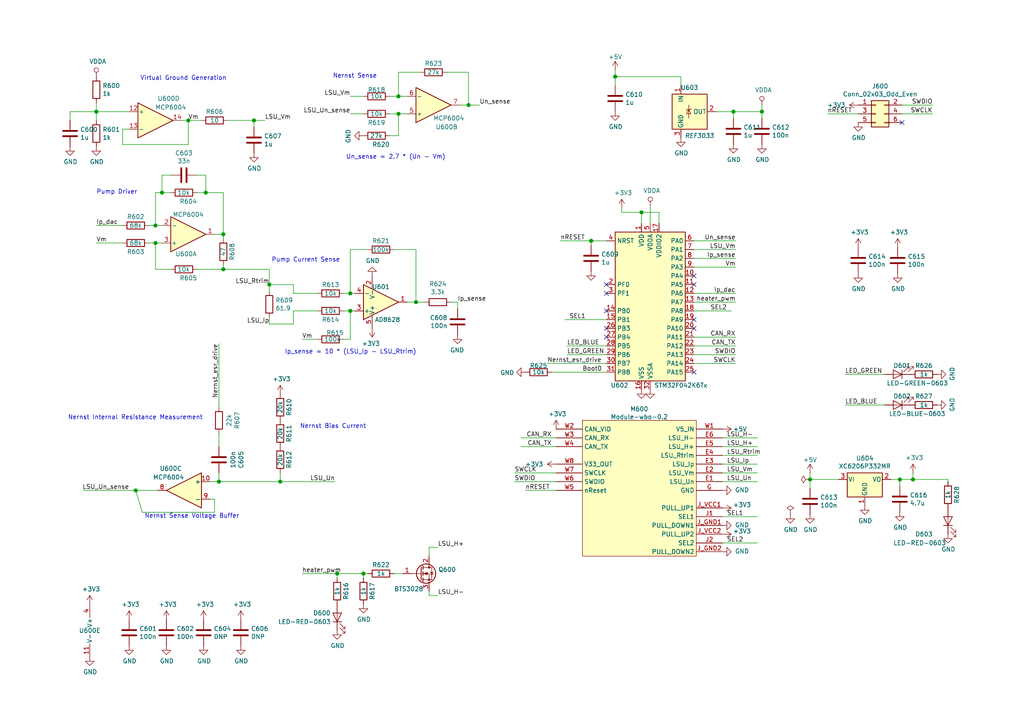
<source format=kicad_sch>
(kicad_sch (version 20210406) (generator eeschema)
  (paper "A4")
  (lib_symbols
    (symbol "Connector_Generic:Conn_02x03_Odd_Even" (pin_names (offset 1.016) hide)
      (property "Reference" "J" (at 1.27 5.08 0))
      (property "Value" "Conn_02x03_Odd_Even" (at 1.27 -5.08 0))
      (symbol "Conn_02x03_Odd_Even_1_1"
        (pin passive line (at -5.08 2.54 0) (length 3.81) (name "Pin_1") (number "1"))
        (pin passive line (at 7.62 2.54 180) (length 3.81) (name "Pin_2") (number "2"))
        (pin passive line (at -5.08 0 0) (length 3.81) (name "Pin_3") (number "3"))
        (pin passive line (at 7.62 0 180) (length 3.81) (name "Pin_4") (number "4"))
        (pin passive line (at -5.08 -2.54 0) (length 3.81) (name "Pin_5") (number "5"))
        (pin passive line (at 7.62 -2.54 180) (length 3.81) (name "Pin_6") (number "6"))
      )
    )
    (symbol "hellen-one-wbo-0.2:Module-wbo-0.2"
      (property "Reference" "M" (at 1.27 1.27 0))
      (property "Value" "Module-wbo-0.2" (at 8.89 -40.64 0))
      (symbol "Module-wbo-0.2_1_0"
        (pin passive line (at 40.64 -17.78 180) (length 7.62) (name "LSU_Un") (number "E1"))
        (pin passive line (at 40.64 -15.24 180) (length 7.62) (name "LSU_Vm") (number "E2"))
        (pin passive line (at 40.64 -12.7 180) (length 7.62) (name "LSU_Ip") (number "E3"))
        (pin passive line (at 40.64 -10.16 180) (length 7.62) (name "LSU_Rtrim") (number "E4"))
        (pin passive line (at 40.64 -7.62 180) (length 7.62) (name "LSU_H+") (number "E5"))
        (pin passive line (at 40.64 -5.08 180) (length 7.62) (name "LSU_H-") (number "E6"))
        (pin passive line (at 40.64 -20.32 180) (length 7.62) (name "GND") (number "G"))
        (pin passive line (at 40.64 -27.94 180) (length 7.62) (name "SEL1") (number "J1"))
        (pin passive line (at 40.64 -35.56 180) (length 7.62) (name "SEL2") (number "J2"))
        (pin passive line (at 40.64 -30.48 180) (length 7.62) (name "PULL_DOWN1") (number "J_GND1"))
        (pin passive line (at 40.64 -38.1 180) (length 7.62) (name "PULL_DOWN2") (number "J_GND2"))
        (pin passive line (at 40.64 -25.4 180) (length 7.62) (name "PULL_UP1") (number "J_VCC1"))
        (pin passive line (at 40.64 -33.02 180) (length 7.62) (name "PULL_UP2") (number "J_VCC2"))
        (pin passive line (at 40.64 -2.54 180) (length 7.62) (name "V5_IN") (number "W1"))
        (pin passive line (at -7.62 -2.54 0) (length 7.62) (name "CAN_VIO") (number "W2"))
        (pin passive line (at -7.62 -5.08 0) (length 7.62) (name "CAN_RX") (number "W3"))
        (pin passive line (at -7.62 -7.62 0) (length 7.62) (name "CAN_TX") (number "W4"))
        (pin passive line (at -7.62 -20.32 0) (length 7.62) (name "nReset") (number "W5"))
        (pin passive line (at -7.62 -17.78 0) (length 7.62) (name "SWDIO") (number "W6"))
        (pin passive line (at -7.62 -15.24 0) (length 7.62) (name "SWCLK") (number "W7"))
        (pin passive line (at -7.62 -12.7 0) (length 7.62) (name "V33_OUT") (number "W8"))
      )
    )
    (symbol "hellen1-wbo-rescue:+3.3V-power" (power) (pin_names (offset 0))
      (property "Value" "+3.3V-power" (at 0 3.556 0))
      (symbol "+3.3V-power_1_1"
        (pin power_in line (at 0 0 90) (length 0) hide (name "+3V3") (number "1"))
      )
    )
    (symbol "hellen1-wbo-rescue:+5V-power" (power) (pin_names (offset 0))
      (property "Value" "+5V-power" (at 0 3.556 0))
      (symbol "+5V-power_1_1"
        (pin power_in line (at 0 0 90) (length 0) hide (name "+5V") (number "1"))
      )
    )
    (symbol "hellen1-wbo-rescue:AD8603-Amplifier_Operational" (pin_names (offset 0.127))
      (property "Reference" "U" (at 0 5.08 0))
      (property "Value" "AD8603-Amplifier_Operational" (at 0 -5.08 0))
      (symbol "AD8603-Amplifier_Operational_0_1"
        (pin power_in line (at -2.54 -7.62 90) (length 3.81) (name "V-") (number "2"))
        (pin power_in line (at -2.54 7.62 270) (length 3.81) (name "V+") (number "5"))
      )
      (symbol "AD8603-Amplifier_Operational_1_1"
        (pin output line (at 7.62 0 180) (length 2.54) (name "~") (number "1"))
        (pin input line (at -7.62 2.54 0) (length 2.54) (name "+") (number "3"))
        (pin input line (at -7.62 -2.54 0) (length 2.54) (name "-") (number "4"))
      )
    )
    (symbol "hellen1-wbo-rescue:C-Device" (pin_numbers hide) (pin_names (offset 0.254))
      (property "Reference" "C" (at 0.635 2.54 0))
      (property "Value" "C-Device" (at 0.635 -2.54 0))
      (symbol "C-Device_1_1"
        (pin passive line (at 0 3.81 270) (length 2.794) (name "~") (number "1"))
        (pin passive line (at 0 -3.81 90) (length 2.794) (name "~") (number "2"))
      )
    )
    (symbol "hellen1-wbo-rescue:GND-power" (power) (pin_names (offset 0))
      (property "Value" "GND-power" (at 0 -3.81 0))
      (symbol "GND-power_1_1"
        (pin power_in line (at 0 0 270) (length 0) hide (name "GND") (number "1"))
      )
    )
    (symbol "hellen1-wbo-rescue:LED-Device" (pin_numbers hide) (pin_names (offset 1.016) hide)
      (property "Reference" "D" (at 0 2.54 0))
      (property "Value" "LED-Device" (at 0 -2.54 0))
      (symbol "LED-Device_1_1"
        (pin passive line (at -3.81 0 0) (length 2.54) (name "K") (number "1"))
        (pin passive line (at 3.81 0 180) (length 2.54) (name "A") (number "2"))
      )
    )
    (symbol "hellen1-wbo-rescue:MCP6004-Amplifier_Operational" (pin_names (offset 0.127))
      (property "Reference" "U" (at 0 5.08 0))
      (property "Value" "MCP6004-Amplifier_Operational" (at 0 -5.08 0))
      (symbol "MCP6004-Amplifier_Operational_1_1"
        (pin output line (at 7.62 0 180) (length 2.54) (name "~") (number "1"))
        (pin input line (at -7.62 -2.54 0) (length 2.54) (name "-") (number "2"))
        (pin input line (at -7.62 2.54 0) (length 2.54) (name "+") (number "3"))
      )
      (symbol "MCP6004-Amplifier_Operational_2_1"
        (pin input line (at -7.62 2.54 0) (length 2.54) (name "+") (number "5"))
        (pin input line (at -7.62 -2.54 0) (length 2.54) (name "-") (number "6"))
        (pin output line (at 7.62 0 180) (length 2.54) (name "~") (number "7"))
      )
      (symbol "MCP6004-Amplifier_Operational_3_1"
        (pin input line (at -7.62 2.54 0) (length 2.54) (name "+") (number "10"))
        (pin output line (at 7.62 0 180) (length 2.54) (name "~") (number "8"))
        (pin input line (at -7.62 -2.54 0) (length 2.54) (name "-") (number "9"))
      )
      (symbol "MCP6004-Amplifier_Operational_4_1"
        (pin input line (at -7.62 2.54 0) (length 2.54) (name "+") (number "12"))
        (pin input line (at -7.62 -2.54 0) (length 2.54) (name "-") (number "13"))
        (pin output line (at 7.62 0 180) (length 2.54) (name "~") (number "14"))
      )
      (symbol "MCP6004-Amplifier_Operational_5_1"
        (pin power_in line (at -2.54 -7.62 90) (length 3.81) (name "V-") (number "11"))
        (pin power_in line (at -2.54 7.62 270) (length 3.81) (name "V+") (number "4"))
      )
    )
    (symbol "hellen1-wbo-rescue:PWR_FLAG-power" (power) (pin_numbers hide) (pin_names (offset 0) hide)
      (property "Value" "PWR_FLAG-power" (at 0 3.81 0))
      (symbol "PWR_FLAG-power_0_0"
        (pin power_out line (at 0 0 90) (length 0) (name "pwr") (number "1"))
      )
    )
    (symbol "hellen1-wbo-rescue:Q_NMOS_GDS-Device" (pin_names (offset 0) hide)
      (property "Reference" "Q" (at 5.08 1.27 0))
      (property "Value" "Q_NMOS_GDS-Device" (at 5.08 -1.27 0))
      (symbol "Q_NMOS_GDS-Device_1_1"
        (pin input line (at -5.08 0 0) (length 2.54) (name "G") (number "1"))
        (pin passive line (at 2.54 5.08 270) (length 2.54) (name "D") (number "2"))
        (pin passive line (at 2.54 -5.08 90) (length 2.54) (name "S") (number "3"))
      )
    )
    (symbol "hellen1-wbo-rescue:R-Device" (pin_numbers hide) (pin_names (offset 0))
      (property "Reference" "R" (at 2.032 0 90))
      (property "Value" "R-Device" (at 0 0 90))
      (symbol "R-Device_1_1"
        (pin passive line (at 0 3.81 270) (length 1.27) (name "~") (number "1"))
        (pin passive line (at 0 -3.81 90) (length 1.27) (name "~") (number "2"))
      )
    )
    (symbol "hellen1-wbo-rescue:REF3033-Reference_Voltage" (pin_names (offset 0.254))
      (property "Reference" "U" (at 0 6.35 0))
      (property "Value" "REF3033-Reference_Voltage" (at 2.54 -6.35 0))
      (symbol "REF3033-Reference_Voltage_1_1"
        (pin power_in line (at -2.54 7.62 270) (length 2.54) (name "IN") (number "1"))
        (pin power_out line (at 7.62 0 180) (length 2.54) (name "OUT") (number "2"))
        (pin power_in line (at -2.54 -7.62 90) (length 2.54) (name "GND") (number "3"))
      )
    )
    (symbol "hellen1-wbo-rescue:STM32F042K6Tx-MCU_ST_STM32F0"
      (property "Reference" "U" (at -10.16 21.59 0))
      (property "Value" "STM32F042K6Tx-MCU_ST_STM32F0" (at 5.08 21.59 0))
      (symbol "STM32F042K6Tx-MCU_ST_STM32F0_1_1"
        (pin power_in line (at -2.54 22.86 270) (length 2.54) (name "VDD") (number "1"))
        (pin bidirectional line (at 12.7 7.62 180) (length 2.54) (name "PA4") (number "10"))
        (pin bidirectional line (at 12.7 5.08 180) (length 2.54) (name "PA5") (number "11"))
        (pin bidirectional line (at 12.7 2.54 180) (length 2.54) (name "PA6") (number "12"))
        (pin bidirectional line (at 12.7 0 180) (length 2.54) (name "PA7") (number "13"))
        (pin bidirectional line (at -12.7 -2.54 0) (length 2.54) (name "PB0") (number "14"))
        (pin bidirectional line (at -12.7 -5.08 0) (length 2.54) (name "PB1") (number "15"))
        (pin power_in line (at -2.54 -25.4 90) (length 2.54) (name "VSS") (number "16"))
        (pin power_in line (at 2.54 22.86 270) (length 2.54) (name "VDDIO2") (number "17"))
        (pin bidirectional line (at 12.7 -2.54 180) (length 2.54) (name "PA8") (number "18"))
        (pin bidirectional line (at 12.7 -5.08 180) (length 2.54) (name "PA9") (number "19"))
        (pin input line (at -12.7 5.08 0) (length 2.54) (name "PF0") (number "2"))
        (pin bidirectional line (at 12.7 -7.62 180) (length 2.54) (name "PA10") (number "20"))
        (pin bidirectional line (at 12.7 -10.16 180) (length 2.54) (name "PA11") (number "21"))
        (pin bidirectional line (at 12.7 -12.7 180) (length 2.54) (name "PA12") (number "22"))
        (pin bidirectional line (at 12.7 -15.24 180) (length 2.54) (name "PA13") (number "23"))
        (pin bidirectional line (at 12.7 -17.78 180) (length 2.54) (name "PA14") (number "24"))
        (pin bidirectional line (at 12.7 -20.32 180) (length 2.54) (name "PA15") (number "25"))
        (pin bidirectional line (at -12.7 -7.62 0) (length 2.54) (name "PB3") (number "26"))
        (pin bidirectional line (at -12.7 -10.16 0) (length 2.54) (name "PB4") (number "27"))
        (pin bidirectional line (at -12.7 -12.7 0) (length 2.54) (name "PB5") (number "28"))
        (pin bidirectional line (at -12.7 -15.24 0) (length 2.54) (name "PB6") (number "29"))
        (pin input line (at -12.7 2.54 0) (length 2.54) (name "PF1") (number "3"))
        (pin bidirectional line (at -12.7 -17.78 0) (length 2.54) (name "PB7") (number "30"))
        (pin bidirectional line (at -12.7 -20.32 0) (length 2.54) (name "PB8") (number "31"))
        (pin power_in line (at 0 -25.4 90) (length 2.54) (name "VSSA") (number "32"))
        (pin input line (at -12.7 17.78 0) (length 2.54) (name "NRST") (number "4"))
        (pin power_in line (at 0 22.86 270) (length 2.54) (name "VDDA") (number "5"))
        (pin bidirectional line (at 12.7 17.78 180) (length 2.54) (name "PA0") (number "6"))
        (pin bidirectional line (at 12.7 15.24 180) (length 2.54) (name "PA1") (number "7"))
        (pin bidirectional line (at 12.7 12.7 180) (length 2.54) (name "PA2") (number "8"))
        (pin bidirectional line (at 12.7 10.16 180) (length 2.54) (name "PA3") (number "9"))
      )
    )
    (symbol "hellen1-wbo-rescue:VDDA-power" (power) (pin_names (offset 0))
      (property "Value" "VDDA-power" (at 0 3.81 0))
      (symbol "VDDA-power_1_1"
        (pin power_in line (at 0 0 90) (length 0) hide (name "VDDA") (number "1"))
      )
    )
    (symbol "hellen1-wbo-rescue:XC6206PxxxMR-Regulator_Linear" (pin_names (offset 0.254))
      (property "Reference" "U" (at -3.81 3.175 0))
      (property "Value" "XC6206PxxxMR-Regulator_Linear" (at 0 3.175 0))
      (symbol "XC6206PxxxMR-Regulator_Linear_1_1"
        (pin power_in line (at 0 -7.62 90) (length 2.54) (name "GND") (number "1"))
        (pin power_out line (at 7.62 0 180) (length 2.54) (name "VO") (number "2"))
        (pin power_in line (at -7.62 0 0) (length 2.54) (name "VI") (number "3"))
      )
    )
  )
  (junction (at 27.94 32.385) (diameter 1.016))
  (junction (at 39.37 142.24) (diameter 1.016))
  (junction (at 45.085 65.405) (diameter 1.016))
  (junction (at 45.085 70.485) (diameter 1.016))
  (junction (at 46.99 55.88) (diameter 1.016))
  (junction (at 54.61 34.925) (diameter 1.016))
  (junction (at 59.69 55.88) (diameter 1.016))
  (junction (at 63.5 139.7) (diameter 1.016))
  (junction (at 64.77 67.945) (diameter 1.016))
  (junction (at 64.77 78.105) (diameter 1.016))
  (junction (at 73.66 34.925) (diameter 1.016))
  (junction (at 78.105 82.55) (diameter 1.016))
  (junction (at 81.28 139.7) (diameter 1.016))
  (junction (at 97.79 166.37) (diameter 1.016))
  (junction (at 101.6 85.09) (diameter 1.016))
  (junction (at 101.6 90.17) (diameter 1.016))
  (junction (at 105.41 166.37) (diameter 1.016))
  (junction (at 115.57 27.94) (diameter 1.016))
  (junction (at 115.57 33.02) (diameter 1.016))
  (junction (at 120.65 87.63) (diameter 1.016))
  (junction (at 135.89 30.48) (diameter 1.016))
  (junction (at 171.45 69.85) (diameter 1.016))
  (junction (at 178.435 22.225) (diameter 1.016))
  (junction (at 186.055 61.595) (diameter 1.016))
  (junction (at 212.725 32.385) (diameter 1.016))
  (junction (at 220.98 32.385) (diameter 1.016))
  (junction (at 234.95 139.065) (diameter 1.016))
  (junction (at 260.985 139.065) (diameter 1.016))
  (junction (at 264.795 139.065) (diameter 1.016))
  (no_connect (at 175.895 82.55))
  (no_connect (at 175.895 85.09))
  (no_connect (at 175.895 90.17))
  (no_connect (at 175.895 95.25))
  (no_connect (at 175.895 97.79))
  (no_connect (at 201.295 80.01))
  (no_connect (at 201.295 82.55))
  (no_connect (at 201.295 92.71))
  (no_connect (at 201.295 95.25))
  (no_connect (at 201.295 107.95))
  (no_connect (at 261.62 35.56))
  (wire (pts (xy 20.32 32.385) (xy 27.94 32.385)))
  (wire (pts (xy 20.32 34.925) (xy 20.32 32.385)))
  (wire (pts (xy 24.13 142.24) (xy 39.37 142.24)))
  (wire (pts (xy 27.94 29.845) (xy 27.94 32.385)))
  (wire (pts (xy 27.94 32.385) (xy 27.94 34.925)))
  (wire (pts (xy 27.94 32.385) (xy 37.465 32.385)))
  (wire (pts (xy 27.94 65.405) (xy 35.56 65.405)))
  (wire (pts (xy 27.94 70.485) (xy 35.56 70.485)))
  (wire (pts (xy 35.56 37.465) (xy 35.56 41.91)))
  (wire (pts (xy 35.56 41.91) (xy 54.61 41.91)))
  (wire (pts (xy 37.465 37.465) (xy 35.56 37.465)))
  (wire (pts (xy 39.37 142.24) (xy 41.275 148.59)))
  (wire (pts (xy 39.37 142.24) (xy 45.72 142.24)))
  (wire (pts (xy 41.275 148.59) (xy 62.23 148.59)))
  (wire (pts (xy 43.18 65.405) (xy 45.085 65.405)))
  (wire (pts (xy 43.18 70.485) (xy 45.085 70.485)))
  (wire (pts (xy 45.085 55.88) (xy 45.085 65.405)))
  (wire (pts (xy 45.085 55.88) (xy 46.99 55.88)))
  (wire (pts (xy 45.085 65.405) (xy 46.99 65.405)))
  (wire (pts (xy 45.085 70.485) (xy 46.99 70.485)))
  (wire (pts (xy 45.085 78.105) (xy 45.085 70.485)))
  (wire (pts (xy 46.99 50.8) (xy 46.99 55.88)))
  (wire (pts (xy 46.99 55.88) (xy 49.53 55.88)))
  (wire (pts (xy 49.53 50.8) (xy 46.99 50.8)))
  (wire (pts (xy 49.53 78.105) (xy 45.085 78.105)))
  (wire (pts (xy 54.61 34.925) (xy 52.705 34.925)))
  (wire (pts (xy 54.61 41.91) (xy 54.61 34.925)))
  (wire (pts (xy 57.15 50.8) (xy 59.69 50.8)))
  (wire (pts (xy 57.15 55.88) (xy 59.69 55.88)))
  (wire (pts (xy 57.15 78.105) (xy 64.77 78.105)))
  (wire (pts (xy 58.42 34.925) (xy 54.61 34.925)))
  (wire (pts (xy 59.69 50.8) (xy 59.69 55.88)))
  (wire (pts (xy 59.69 55.88) (xy 64.77 55.88)))
  (wire (pts (xy 60.96 139.7) (xy 63.5 139.7)))
  (wire (pts (xy 62.23 144.78) (xy 60.96 144.78)))
  (wire (pts (xy 62.23 148.59) (xy 62.23 144.78)))
  (wire (pts (xy 63.5 99.695) (xy 63.5 118.11)))
  (wire (pts (xy 63.5 129.54) (xy 63.5 125.73)))
  (wire (pts (xy 63.5 139.7) (xy 63.5 137.16)))
  (wire (pts (xy 63.5 139.7) (xy 81.28 139.7)))
  (wire (pts (xy 64.77 55.88) (xy 64.77 67.945)))
  (wire (pts (xy 64.77 67.945) (xy 62.23 67.945)))
  (wire (pts (xy 64.77 69.215) (xy 64.77 67.945)))
  (wire (pts (xy 64.77 78.105) (xy 64.77 76.835)))
  (wire (pts (xy 64.77 78.105) (xy 78.105 78.105)))
  (wire (pts (xy 73.66 34.925) (xy 66.04 34.925)))
  (wire (pts (xy 73.66 36.83) (xy 73.66 34.925)))
  (wire (pts (xy 76.835 34.925) (xy 73.66 34.925)))
  (wire (pts (xy 78.105 78.105) (xy 78.105 82.55)))
  (wire (pts (xy 78.105 82.55) (xy 85.09 82.55)))
  (wire (pts (xy 78.105 84.455) (xy 78.105 82.55)))
  (wire (pts (xy 78.105 92.075) (xy 78.105 93.98)))
  (wire (pts (xy 81.28 137.16) (xy 81.28 139.7)))
  (wire (pts (xy 81.28 139.7) (xy 97.155 139.7)))
  (wire (pts (xy 85.09 82.55) (xy 85.09 85.09)))
  (wire (pts (xy 85.09 85.09) (xy 92.075 85.09)))
  (wire (pts (xy 85.09 90.17) (xy 85.09 93.98)))
  (wire (pts (xy 85.09 93.98) (xy 78.105 93.98)))
  (wire (pts (xy 87.63 98.425) (xy 92.075 98.425)))
  (wire (pts (xy 87.63 166.37) (xy 97.79 166.37)))
  (wire (pts (xy 92.075 90.17) (xy 85.09 90.17)))
  (wire (pts (xy 97.79 166.37) (xy 105.41 166.37)))
  (wire (pts (xy 97.79 167.64) (xy 97.79 166.37)))
  (wire (pts (xy 99.695 85.09) (xy 101.6 85.09)))
  (wire (pts (xy 99.695 90.17) (xy 101.6 90.17)))
  (wire (pts (xy 99.695 98.425) (xy 101.6 98.425)))
  (wire (pts (xy 101.6 27.94) (xy 105.41 27.94)))
  (wire (pts (xy 101.6 33.02) (xy 105.41 33.02)))
  (wire (pts (xy 101.6 72.39) (xy 101.6 85.09)))
  (wire (pts (xy 101.6 85.09) (xy 102.87 85.09)))
  (wire (pts (xy 101.6 90.17) (xy 101.6 98.425)))
  (wire (pts (xy 101.6 90.17) (xy 102.87 90.17)))
  (wire (pts (xy 105.41 166.37) (xy 105.41 167.64)))
  (wire (pts (xy 106.68 72.39) (xy 101.6 72.39)))
  (wire (pts (xy 106.68 166.37) (xy 105.41 166.37)))
  (wire (pts (xy 113.03 33.02) (xy 115.57 33.02)))
  (wire (pts (xy 114.3 72.39) (xy 120.65 72.39)))
  (wire (pts (xy 115.57 20.955) (xy 121.92 20.955)))
  (wire (pts (xy 115.57 27.94) (xy 113.03 27.94)))
  (wire (pts (xy 115.57 27.94) (xy 115.57 20.955)))
  (wire (pts (xy 115.57 33.02) (xy 118.11 33.02)))
  (wire (pts (xy 115.57 39.37) (xy 113.03 39.37)))
  (wire (pts (xy 115.57 39.37) (xy 115.57 33.02)))
  (wire (pts (xy 116.84 166.37) (xy 114.3 166.37)))
  (wire (pts (xy 118.11 27.94) (xy 115.57 27.94)))
  (wire (pts (xy 120.65 72.39) (xy 120.65 87.63)))
  (wire (pts (xy 120.65 87.63) (xy 118.11 87.63)))
  (wire (pts (xy 120.65 87.63) (xy 123.19 87.63)))
  (wire (pts (xy 124.46 158.75) (xy 127 158.75)))
  (wire (pts (xy 124.46 161.29) (xy 124.46 158.75)))
  (wire (pts (xy 124.46 171.45) (xy 124.46 172.72)))
  (wire (pts (xy 124.46 172.72) (xy 127 172.72)))
  (wire (pts (xy 129.54 20.955) (xy 135.89 20.955)))
  (wire (pts (xy 132.715 87.63) (xy 130.81 87.63)))
  (wire (pts (xy 132.715 89.535) (xy 132.715 87.63)))
  (wire (pts (xy 135.89 20.955) (xy 135.89 30.48)))
  (wire (pts (xy 135.89 30.48) (xy 133.35 30.48)))
  (wire (pts (xy 139.065 30.48) (xy 135.89 30.48)))
  (wire (pts (xy 149.225 137.16) (xy 161.29 137.16)))
  (wire (pts (xy 152.4 142.24) (xy 161.29 142.24)))
  (wire (pts (xy 158.75 105.41) (xy 175.895 105.41)))
  (wire (pts (xy 160.02 107.95) (xy 175.895 107.95)))
  (wire (pts (xy 161.29 127) (xy 151.13 127)))
  (wire (pts (xy 161.29 129.54) (xy 151.13 129.54)))
  (wire (pts (xy 161.29 139.7) (xy 149.225 139.7)))
  (wire (pts (xy 163.83 92.71) (xy 175.895 92.71)))
  (wire (pts (xy 164.465 100.33) (xy 175.895 100.33)))
  (wire (pts (xy 164.465 102.87) (xy 175.895 102.87)))
  (wire (pts (xy 171.45 69.85) (xy 162.56 69.85)))
  (wire (pts (xy 171.45 71.12) (xy 171.45 69.85)))
  (wire (pts (xy 175.895 69.85) (xy 171.45 69.85)))
  (wire (pts (xy 178.435 22.225) (xy 178.435 20.32)))
  (wire (pts (xy 178.435 24.765) (xy 178.435 22.225)))
  (wire (pts (xy 180.34 61.595) (xy 180.34 60.325)))
  (wire (pts (xy 180.34 61.595) (xy 186.055 61.595)))
  (wire (pts (xy 186.055 61.595) (xy 191.135 61.595)))
  (wire (pts (xy 186.055 64.77) (xy 186.055 61.595)))
  (wire (pts (xy 188.595 64.77) (xy 188.595 59.69)))
  (wire (pts (xy 191.135 61.595) (xy 191.135 64.77)))
  (wire (pts (xy 197.485 22.225) (xy 178.435 22.225)))
  (wire (pts (xy 197.485 24.765) (xy 197.485 22.225)))
  (wire (pts (xy 201.295 69.85) (xy 213.36 69.85)))
  (wire (pts (xy 201.295 74.93) (xy 213.36 74.93)))
  (wire (pts (xy 201.295 90.17) (xy 212.09 90.17)))
  (wire (pts (xy 201.295 100.33) (xy 213.36 100.33)))
  (wire (pts (xy 201.295 102.87) (xy 213.36 102.87)))
  (wire (pts (xy 207.645 32.385) (xy 212.725 32.385)))
  (wire (pts (xy 209.55 127) (xy 219.71 127)))
  (wire (pts (xy 209.55 129.54) (xy 219.71 129.54)))
  (wire (pts (xy 209.55 132.08) (xy 219.71 132.08)))
  (wire (pts (xy 209.55 134.62) (xy 219.71 134.62)))
  (wire (pts (xy 209.55 137.16) (xy 219.71 137.16)))
  (wire (pts (xy 209.55 139.7) (xy 219.71 139.7)))
  (wire (pts (xy 209.55 149.86) (xy 219.71 149.86)))
  (wire (pts (xy 209.55 157.48) (xy 219.71 157.48)))
  (wire (pts (xy 212.725 32.385) (xy 212.725 34.29)))
  (wire (pts (xy 212.725 32.385) (xy 220.98 32.385)))
  (wire (pts (xy 213.36 72.39) (xy 201.295 72.39)))
  (wire (pts (xy 213.36 77.47) (xy 201.295 77.47)))
  (wire (pts (xy 213.36 85.09) (xy 201.295 85.09)))
  (wire (pts (xy 213.36 87.63) (xy 201.295 87.63)))
  (wire (pts (xy 213.36 97.79) (xy 201.295 97.79)))
  (wire (pts (xy 213.36 105.41) (xy 201.295 105.41)))
  (wire (pts (xy 220.98 30.48) (xy 220.98 32.385)))
  (wire (pts (xy 220.98 32.385) (xy 220.98 34.29)))
  (wire (pts (xy 234.95 137.16) (xy 234.95 139.065)))
  (wire (pts (xy 234.95 139.065) (xy 234.95 141.605)))
  (wire (pts (xy 240.03 33.02) (xy 248.92 33.02)))
  (wire (pts (xy 243.205 139.065) (xy 234.95 139.065)))
  (wire (pts (xy 245.11 108.585) (xy 256.54 108.585)))
  (wire (pts (xy 245.11 117.475) (xy 256.54 117.475)))
  (wire (pts (xy 260.985 139.065) (xy 258.445 139.065)))
  (wire (pts (xy 260.985 140.97) (xy 260.985 139.065)))
  (wire (pts (xy 261.62 30.48) (xy 270.51 30.48)))
  (wire (pts (xy 264.795 137.16) (xy 264.795 139.065)))
  (wire (pts (xy 264.795 139.065) (xy 260.985 139.065)))
  (wire (pts (xy 264.795 139.065) (xy 274.955 139.065)))
  (wire (pts (xy 270.51 33.02) (xy 261.62 33.02)))
  (wire (pts (xy 274.955 139.065) (xy 274.955 139.7)))
  (text "Nernst Internal Resistance Measurement" (at 19.685 121.92 0) (effects (font (size 1.27 1.27)) (justify left bottom)))
  (text "Pump Driver" (at 27.94 56.515 0) (effects (font (size 1.27 1.27)) (justify left bottom)))
  (text "Virtual Ground Generation" (at 40.64 23.495 0) (effects (font (size 1.27 1.27)) (justify left bottom)))
  (text "Nernst Sense Voltage Buffer" (at 41.91 150.495 0) (effects (font (size 1.27 1.27)) (justify left bottom)))
  (text "Pump Current Sense" (at 78.74 76.2 0) (effects (font (size 1.27 1.27)) (justify left bottom)))
  (text "Ip_sense = 10 * (LSU_Ip - LSU_Rtrim)" (at 82.55 102.87 0) (effects (font (size 1.27 1.27)) (justify left bottom)))
  (text "Nernst Bias Current" (at 86.995 124.46 0) (effects (font (size 1.27 1.27)) (justify left bottom)))
  (text "Nernst Sense" (at 96.52 22.86 0) (effects (font (size 1.27 1.27)) (justify left bottom)))
  (text "Un_sense = 2.7 * (Un - Vm)" (at 100.33 46.355 0) (effects (font (size 1.27 1.27)) (justify left bottom)))
  (label "Ip_dac" (at 27.94 65.405 0))
  (label "Vm" (at 27.94 70.485 0))
  (label "LSU_Un_sense" (at 37.465 142.24 180))
  (label "Vm" (at 54.61 34.925 0))
  (label "Nernst_esr_drive" (at 63.5 99.695 270))
  (label "LSU_Vm" (at 76.835 34.925 0))
  (label "LSU_Rtrim" (at 78.105 82.55 180))
  (label "LSU_Ip" (at 78.105 93.98 180))
  (label "Vm" (at 87.63 98.425 0))
  (label "heater_pwm" (at 87.63 166.37 0))
  (label "LSU_Un" (at 97.155 139.7 180))
  (label "LSU_Vm" (at 101.6 27.94 180))
  (label "LSU_Un_sense" (at 101.6 33.02 180))
  (label "LSU_H+" (at 127 158.75 0))
  (label "LSU_H-" (at 127 172.72 0))
  (label "Ip_sense" (at 132.715 87.63 0))
  (label "Un_sense" (at 139.065 30.48 0))
  (label "SWCLK" (at 149.225 137.16 0))
  (label "SWDIO" (at 149.225 139.7 0))
  (label "nRESET" (at 152.4 142.24 0))
  (label "Nernst_esr_drive" (at 158.75 105.41 0))
  (label "CAN_RX" (at 160.02 127 180))
  (label "CAN_TX" (at 160.02 129.54 180))
  (label "nRESET" (at 162.56 69.85 0))
  (label "LED_BLUE" (at 164.465 100.33 0))
  (label "LED_GREEN" (at 164.465 102.87 0))
  (label "SEL1" (at 165.1 92.71 0))
  (label "Boot0" (at 168.91 107.95 0))
  (label "SEL2" (at 210.82 90.17 180))
  (label "LSU_H-" (at 210.82 127 0))
  (label "LSU_H+" (at 210.82 129.54 0))
  (label "LSU_Rtrim" (at 210.82 132.08 0))
  (label "LSU_Ip" (at 210.82 134.62 0))
  (label "LSU_Vm" (at 210.82 137.16 0))
  (label "LSU_Un" (at 210.82 139.7 0))
  (label "SEL1" (at 210.82 149.86 0))
  (label "SEL2" (at 210.82 157.48 0))
  (label "Un_sense" (at 213.36 69.85 180))
  (label "LSU_Vm" (at 213.36 72.39 180))
  (label "Ip_sense" (at 213.36 74.93 180))
  (label "Vm" (at 213.36 77.47 180))
  (label "Ip_dac" (at 213.36 85.09 180))
  (label "heater_pwm" (at 213.36 87.63 180))
  (label "CAN_RX" (at 213.36 97.79 180))
  (label "CAN_TX" (at 213.36 100.33 180))
  (label "SWDIO" (at 213.36 102.87 180))
  (label "SWCLK" (at 213.36 105.41 180))
  (label "nRESET" (at 240.03 33.02 0))
  (label "LED_GREEN" (at 245.11 108.585 0))
  (label "LED_BLUE" (at 245.11 117.475 0))
  (label "SWDIO" (at 270.51 30.48 180))
  (label "SWCLK" (at 270.51 33.02 180))
  (symbol (lib_id "hellen1-wbo-rescue:VDDA-power") (at 27.94 22.225 0) (unit 1)
    (property "Reference" "#PWR0603" (effects hide))
    (property "Value" "VDDA" (at 28.3718 17.8308 0))
  )
  (symbol (lib_id "hellen1-wbo-rescue:VDDA-power") (at 188.595 59.69 0) (unit 1)
    (property "Reference" "#PWR0627" (effects hide))
    (property "Value" "VDDA" (at 189.0268 55.2958 0))
  )
  (symbol (lib_id "hellen1-wbo-rescue:VDDA-power") (at 220.98 30.48 0) (unit 1)
    (property "Reference" "#PWR0633" (effects hide))
    (property "Value" "VDDA" (at 221.4118 26.0858 0))
  )
  (symbol (lib_id "hellen1-wbo-rescue:+3.3V-power") (at 26.035 175.26 0) (unit 1)
    (property "Reference" "#PWR0601" (effects hide))
    (property "Value" "+3.3V" (at 26.416 170.8658 0))
  )
  (symbol (lib_id "hellen1-wbo-rescue:+3.3V-power") (at 37.465 179.705 0) (unit 1)
    (property "Reference" "#PWR0605" (effects hide))
    (property "Value" "+3.3V" (at 37.846 175.3108 0))
  )
  (symbol (lib_id "hellen1-wbo-rescue:+3.3V-power") (at 48.26 179.705 0) (unit 1)
    (property "Reference" "#PWR0607" (effects hide))
    (property "Value" "+3.3V" (at 48.641 175.3108 0))
  )
  (symbol (lib_id "hellen1-wbo-rescue:+3.3V-power") (at 59.055 179.705 0) (unit 1)
    (property "Reference" "#PWR0609" (effects hide))
    (property "Value" "+3.3V" (at 59.436 175.3108 0))
  )
  (symbol (lib_id "hellen1-wbo-rescue:+3.3V-power") (at 69.85 179.705 0) (unit 1)
    (property "Reference" "#PWR0611" (effects hide))
    (property "Value" "+3.3V" (at 70.231 175.3108 0))
  )
  (symbol (lib_id "hellen1-wbo-rescue:+3.3V-power") (at 81.28 114.3 0) (unit 1)
    (property "Reference" "#PWR0614" (effects hide))
    (property "Value" "+3.3V" (at 81.661 109.9058 0))
  )
  (symbol (lib_id "hellen1-wbo-rescue:+3.3V-power") (at 107.95 95.25 180) (unit 1)
    (property "Reference" "#PWR0619" (effects hide))
    (property "Value" "+3.3V" (at 107.569 99.6442 0))
  )
  (symbol (lib_id "hellen1-wbo-rescue:+3.3V-power") (at 161.29 124.46 0) (unit 1)
    (property "Reference" "#PWR?" (effects hide))
    (property "Value" "+3.3V" (at 161.671 120.0658 0))
  )
  (symbol (lib_id "hellen1-wbo-rescue:+3.3V-power") (at 161.29 134.62 90) (mirror x) (unit 1)
    (property "Reference" "#PWR?" (effects hide))
    (property "Value" "+3.3V" (at 154.94 134.62 90))
  )
  (symbol (lib_id "hellen1-wbo-rescue:+5V-power") (at 178.435 20.32 0) (unit 1)
    (property "Reference" "#PWR0623" (effects hide))
    (property "Value" "+5V" (at 178.435 16.51 0))
  )
  (symbol (lib_id "hellen1-wbo-rescue:+3.3V-power") (at 180.34 60.325 0) (unit 1)
    (property "Reference" "#PWR0625" (effects hide))
    (property "Value" "+3.3V" (at 180.721 55.9308 0))
  )
  (symbol (lib_id "hellen1-wbo-rescue:+5V-power") (at 209.55 124.46 270) (mirror x) (unit 1)
    (property "Reference" "#PWR0630" (effects hide))
    (property "Value" "+5V" (at 214.63 124.46 90))
  )
  (symbol (lib_id "hellen1-wbo-rescue:+3.3V-power") (at 209.55 147.32 270) (unit 1)
    (property "Reference" "#PWR?" (effects hide))
    (property "Value" "+3.3V" (at 215.2142 146.431 90))
  )
  (symbol (lib_id "hellen1-wbo-rescue:+3.3V-power") (at 209.55 154.94 270) (unit 1)
    (property "Reference" "#PWR?" (effects hide))
    (property "Value" "+3.3V" (at 215.2142 154.051 90))
  )
  (symbol (lib_id "hellen1-wbo-rescue:+5V-power") (at 234.95 137.16 0) (unit 1)
    (property "Reference" "#PWR0636" (effects hide))
    (property "Value" "+5V" (at 234.95 133.35 0))
  )
  (symbol (lib_id "hellen1-wbo-rescue:+3.3V-power") (at 248.92 30.48 90) (unit 1)
    (property "Reference" "#PWR0638" (effects hide))
    (property "Value" "+3.3V" (at 242.57 30.48 90))
  )
  (symbol (lib_id "hellen1-wbo-rescue:+3.3V-power") (at 248.92 71.755 0) (unit 1)
    (property "Reference" "#PWR0640" (effects hide))
    (property "Value" "+3.3V" (at 249.301 67.3608 0))
  )
  (symbol (lib_id "hellen1-wbo-rescue:+3.3V-power") (at 260.35 71.755 0) (unit 1)
    (property "Reference" "#PWR0643" (effects hide))
    (property "Value" "+3.3V" (at 260.731 67.3608 0))
  )
  (symbol (lib_id "hellen1-wbo-rescue:+3.3V-power") (at 264.795 137.16 0) (unit 1)
    (property "Reference" "#PWR0646" (effects hide))
    (property "Value" "+3.3V" (at 265.176 132.7658 0))
  )
  (symbol (lib_id "hellen1-wbo-rescue:PWR_FLAG-power") (at 229.235 149.225 0) (unit 1)
    (property "Reference" "#FLG0600" (effects hide))
    (property "Value" "PWR_FLAG" (effects hide))
  )
  (symbol (lib_id "hellen1-wbo-rescue:PWR_FLAG-power") (at 234.95 139.065 90) (unit 1)
    (property "Reference" "#FLG0601" (effects hide))
    (property "Value" "PWR_FLAG" (effects hide))
  )
  (symbol (lib_id "hellen1-wbo-rescue:GND-power") (at 20.32 42.545 0) (unit 1)
    (property "Reference" "#PWR0600" (effects hide))
    (property "Value" "GND" (at 20.447 46.9392 0))
  )
  (symbol (lib_id "hellen1-wbo-rescue:GND-power") (at 26.035 190.5 0) (unit 1)
    (property "Reference" "#PWR0602" (effects hide))
    (property "Value" "GND" (at 26.162 194.8942 0))
  )
  (symbol (lib_id "hellen1-wbo-rescue:GND-power") (at 27.94 42.545 0) (unit 1)
    (property "Reference" "#PWR0604" (effects hide))
    (property "Value" "GND" (at 28.067 46.9392 0))
  )
  (symbol (lib_id "hellen1-wbo-rescue:GND-power") (at 37.465 187.325 0) (unit 1)
    (property "Reference" "#PWR0606" (effects hide))
    (property "Value" "GND" (at 37.592 191.7192 0))
  )
  (symbol (lib_id "hellen1-wbo-rescue:GND-power") (at 48.26 187.325 0) (unit 1)
    (property "Reference" "#PWR0608" (effects hide))
    (property "Value" "GND" (at 48.387 191.7192 0))
  )
  (symbol (lib_id "hellen1-wbo-rescue:GND-power") (at 59.055 187.325 0) (unit 1)
    (property "Reference" "#PWR0610" (effects hide))
    (property "Value" "GND" (at 59.182 191.7192 0))
  )
  (symbol (lib_id "hellen1-wbo-rescue:GND-power") (at 69.85 187.325 0) (unit 1)
    (property "Reference" "#PWR0612" (effects hide))
    (property "Value" "GND" (at 69.977 191.7192 0))
  )
  (symbol (lib_id "hellen1-wbo-rescue:GND-power") (at 73.66 44.45 0) (unit 1)
    (property "Reference" "#PWR0613" (effects hide))
    (property "Value" "GND" (at 73.787 48.8442 0))
  )
  (symbol (lib_id "hellen1-wbo-rescue:GND-power") (at 97.79 182.88 0) (unit 1)
    (property "Reference" "#PWR0615" (effects hide))
    (property "Value" "GND" (at 97.917 187.2742 0))
  )
  (symbol (lib_id "hellen1-wbo-rescue:GND-power") (at 105.41 39.37 270) (unit 1)
    (property "Reference" "#PWR0616" (effects hide))
    (property "Value" "GND" (at 101.0158 39.497 0))
  )
  (symbol (lib_id "hellen1-wbo-rescue:GND-power") (at 105.41 175.26 0) (unit 1)
    (property "Reference" "#PWR0617" (effects hide))
    (property "Value" "GND" (at 105.537 179.6542 0))
  )
  (symbol (lib_id "hellen1-wbo-rescue:GND-power") (at 107.95 80.01 0) (mirror x) (unit 1)
    (property "Reference" "#PWR0618" (effects hide))
    (property "Value" "GND" (at 108.077 75.6158 0))
  )
  (symbol (lib_id "hellen1-wbo-rescue:GND-power") (at 132.715 97.155 0) (mirror y) (unit 1)
    (property "Reference" "#PWR0620" (effects hide))
    (property "Value" "GND" (at 132.588 101.5492 0))
  )
  (symbol (lib_id "hellen1-wbo-rescue:GND-power") (at 152.4 107.95 270) (unit 1)
    (property "Reference" "#PWR0621" (effects hide))
    (property "Value" "GND" (at 149.1488 108.077 90) (effects (justify right)))
  )
  (symbol (lib_id "hellen1-wbo-rescue:GND-power") (at 171.45 78.74 0) (unit 1)
    (property "Reference" "#PWR0622" (effects hide))
    (property "Value" "GND" (effects hide))
  )
  (symbol (lib_id "hellen1-wbo-rescue:GND-power") (at 178.435 32.385 0) (unit 1)
    (property "Reference" "#PWR0624" (effects hide))
    (property "Value" "GND" (at 178.562 36.7792 0))
  )
  (symbol (lib_id "hellen1-wbo-rescue:GND-power") (at 186.055 113.03 0) (unit 1)
    (property "Reference" "#PWR0626" (effects hide))
    (property "Value" "GND" (effects hide))
  )
  (symbol (lib_id "hellen1-wbo-rescue:GND-power") (at 188.595 113.03 0) (unit 1)
    (property "Reference" "#PWR0628" (effects hide))
    (property "Value" "GND" (effects hide))
  )
  (symbol (lib_id "hellen1-wbo-rescue:GND-power") (at 197.485 40.005 0) (unit 1)
    (property "Reference" "#PWR0629" (effects hide))
    (property "Value" "GND" (at 197.612 44.3992 0))
  )
  (symbol (lib_id "hellen1-wbo-rescue:GND-power") (at 209.55 142.24 90) (unit 1)
    (property "Reference" "#PWR0631" (effects hide))
    (property "Value" "GND" (at 215.2142 142.113 90))
  )
  (symbol (lib_id "hellen1-wbo-rescue:GND-power") (at 209.55 152.4 90) (unit 1)
    (property "Reference" "#PWR?" (effects hide))
    (property "Value" "GND" (at 215.2142 152.273 90))
  )
  (symbol (lib_id "hellen1-wbo-rescue:GND-power") (at 209.55 160.02 90) (unit 1)
    (property "Reference" "#PWR?" (effects hide))
    (property "Value" "GND" (at 215.2142 159.893 90))
  )
  (symbol (lib_id "hellen1-wbo-rescue:GND-power") (at 212.725 41.91 0) (unit 1)
    (property "Reference" "#PWR0632" (effects hide))
    (property "Value" "GND" (at 212.852 46.3042 0))
  )
  (symbol (lib_id "hellen1-wbo-rescue:GND-power") (at 220.98 41.91 0) (unit 1)
    (property "Reference" "#PWR0634" (effects hide))
    (property "Value" "GND" (at 221.107 46.3042 0))
  )
  (symbol (lib_id "hellen1-wbo-rescue:GND-power") (at 229.235 149.225 0) (unit 1)
    (property "Reference" "#PWR0635" (effects hide))
    (property "Value" "GND" (at 229.362 153.6192 0))
  )
  (symbol (lib_id "hellen1-wbo-rescue:GND-power") (at 234.95 149.225 0) (unit 1)
    (property "Reference" "#PWR0637" (effects hide))
    (property "Value" "GND" (at 235.077 153.6192 0))
  )
  (symbol (lib_id "hellen1-wbo-rescue:GND-power") (at 248.92 35.56 0) (unit 1)
    (property "Reference" "#PWR0639" (effects hide))
    (property "Value" "GND" (at 249.047 39.9542 0))
  )
  (symbol (lib_id "hellen1-wbo-rescue:GND-power") (at 248.92 79.375 0) (unit 1)
    (property "Reference" "#PWR0641" (effects hide))
    (property "Value" "GND" (at 249.047 83.7692 0))
  )
  (symbol (lib_id "hellen1-wbo-rescue:GND-power") (at 250.825 146.685 0) (unit 1)
    (property "Reference" "#PWR0642" (effects hide))
    (property "Value" "GND" (at 250.952 151.0792 0))
  )
  (symbol (lib_id "hellen1-wbo-rescue:GND-power") (at 260.35 79.375 0) (unit 1)
    (property "Reference" "#PWR0644" (effects hide))
    (property "Value" "GND" (at 260.477 83.7692 0))
  )
  (symbol (lib_id "hellen1-wbo-rescue:GND-power") (at 260.985 148.59 0) (unit 1)
    (property "Reference" "#PWR0645" (effects hide))
    (property "Value" "GND" (at 261.112 152.9842 0))
  )
  (symbol (lib_id "hellen1-wbo-rescue:GND-power") (at 271.78 108.585 90) (unit 1)
    (property "Reference" "#PWR0647" (effects hide))
    (property "Value" "GND" (at 276.1742 108.458 0))
  )
  (symbol (lib_id "hellen1-wbo-rescue:GND-power") (at 271.78 117.475 90) (unit 1)
    (property "Reference" "#PWR0648" (effects hide))
    (property "Value" "GND" (at 276.1742 117.348 0))
  )
  (symbol (lib_id "hellen1-wbo-rescue:GND-power") (at 274.955 154.94 0) (unit 1)
    (property "Reference" "#PWR0649" (effects hide))
    (property "Value" "GND" (at 275.082 159.3342 0))
  )
  (symbol (lib_id "hellen1-wbo-rescue:MCP6004-Amplifier_Operational") (at 28.575 182.88 0) (unit 5)
    (property "Reference" "U600" (at 26.035 182.88 0))
    (property "Value" "MCP6004" (effects hide))
    (property "Footprint" "Package_SO:TSSOP-14_4.4x5mm_P0.65mm" (effects hide))
    (property "Datasheet" "http://ww1.microchip.com/downloads/en/DeviceDoc/21733j.pdf" (effects hide))
    (property "LCSC" "C50282" (effects hide))
  )
  (symbol (lib_id "hellen1-wbo-rescue:R-Device") (at 27.94 26.035 0) (unit 1)
    (property "Reference" "R600" (at 29.718 24.8666 0) (effects (justify left)))
    (property "Value" "1k" (at 29.718 27.178 0) (effects (justify left)))
    (property "Footprint" "Resistor_SMD:R_0402_1005Metric" (effects hide))
    (property "LCSC" "C11702" (effects hide))
  )
  (symbol (lib_id "hellen1-wbo-rescue:R-Device") (at 27.94 38.735 0) (unit 1)
    (property "Reference" "R601" (at 29.718 37.5666 0) (effects (justify left)))
    (property "Value" "1k" (at 29.718 39.878 0) (effects (justify left)))
    (property "Footprint" "Resistor_SMD:R_0402_1005Metric" (effects hide))
    (property "LCSC" "C11702" (effects hide))
  )
  (symbol (lib_id "hellen1-wbo-rescue:R-Device") (at 39.37 65.405 90) (unit 1)
    (property "Reference" "R602" (at 39.37 62.865 90))
    (property "Value" "68k" (at 39.37 65.405 90))
    (property "Footprint" "Resistor_SMD:R_0402_1005Metric" (effects hide))
    (property "LCSC" "C36871" (effects hide))
  )
  (symbol (lib_id "hellen1-wbo-rescue:R-Device") (at 39.37 70.485 270) (unit 1)
    (property "Reference" "R603" (at 39.37 73.025 90))
    (property "Value" "68k" (at 39.37 70.485 90))
    (property "Footprint" "Resistor_SMD:R_0402_1005Metric" (effects hide))
    (property "LCSC" "C36871" (effects hide))
  )
  (symbol (lib_id "hellen1-wbo-rescue:R-Device") (at 53.34 55.88 270) (unit 1)
    (property "Reference" "R604" (at 52.07 58.42 90) (effects (justify left)))
    (property "Value" "10k" (at 51.435 55.88 90) (effects (justify left)))
    (property "Footprint" "Resistor_SMD:R_0402_1005Metric" (effects hide))
    (property "LCSC" "C25744" (effects hide))
  )
  (symbol (lib_id "hellen1-wbo-rescue:R-Device") (at 53.34 78.105 270) (unit 1)
    (property "Reference" "R605" (at 52.07 80.645 90) (effects (justify left)))
    (property "Value" "10k" (at 51.435 78.105 90) (effects (justify left)))
    (property "Footprint" "Resistor_SMD:R_0402_1005Metric" (effects hide))
    (property "LCSC" "C25744" (effects hide))
  )
  (symbol (lib_id "hellen1-wbo-rescue:R-Device") (at 62.23 34.925 270) (unit 1)
    (property "Reference" "R606" (at 62.23 32.385 90))
    (property "Value" "10" (at 62.23 34.925 90))
    (property "Footprint" "Resistor_SMD:R_0402_1005Metric" (effects hide))
    (property "LCSC" "C25077" (effects hide))
  )
  (symbol (lib_id "hellen1-wbo-rescue:R-Device") (at 63.5 121.92 180) (unit 1)
    (property "Reference" "R607" (at 68.7578 121.92 90))
    (property "Value" "22k" (at 66.4464 121.92 90))
    (property "Footprint" "Resistor_SMD:R_0402_1005Metric" (effects hide))
    (property "LCSC" "C25768" (effects hide))
  )
  (symbol (lib_id "hellen1-wbo-rescue:R-Device") (at 64.77 73.025 180) (unit 1)
    (property "Reference" "R608" (at 67.31 73.025 90))
    (property "Value" "47" (at 64.77 73.025 90))
    (property "Footprint" "Resistor_SMD:R_0402_1005Metric" (effects hide))
    (property "LCSC" "C25118" (effects hide))
  )
  (symbol (lib_id "hellen1-wbo-rescue:R-Device") (at 78.105 88.265 0) (unit 1)
    (property "Reference" "R609" (at 79.883 87.0966 0) (effects (justify left)))
    (property "Value" "61.9" (at 79.883 89.408 0) (effects (justify left)))
    (property "Footprint" "Resistor_SMD:R_0603_1608Metric" (effects hide))
    (property "LCSC" "C23092" (effects hide))
  )
  (symbol (lib_id "hellen1-wbo-rescue:R-Device") (at 81.28 118.11 180) (unit 1)
    (property "Reference" "R610" (at 83.82 118.11 90))
    (property "Value" "20k" (at 81.28 118.11 90))
    (property "Footprint" "Resistor_SMD:R_0402_1005Metric" (effects hide))
    (property "LCSC" "C25765" (effects hide))
  )
  (symbol (lib_id "hellen1-wbo-rescue:R-Device") (at 81.28 125.73 180) (unit 1)
    (property "Reference" "R611" (at 83.82 125.73 90))
    (property "Value" "20k" (at 81.28 125.73 90))
    (property "Footprint" "Resistor_SMD:R_0402_1005Metric" (effects hide))
    (property "LCSC" "C25765" (effects hide))
  )
  (symbol (lib_id "hellen1-wbo-rescue:R-Device") (at 81.28 133.35 180) (unit 1)
    (property "Reference" "R612" (at 83.82 133.35 90))
    (property "Value" "20k" (at 81.28 133.35 90))
    (property "Footprint" "Resistor_SMD:R_0402_1005Metric" (effects hide))
    (property "LCSC" "C25765" (effects hide))
  )
  (symbol (lib_id "hellen1-wbo-rescue:R-Device") (at 95.885 85.09 270) (unit 1)
    (property "Reference" "R613" (at 95.885 82.55 90))
    (property "Value" "10k" (at 95.885 85.09 90))
    (property "Footprint" "Resistor_SMD:R_0402_1005Metric" (effects hide))
    (property "LCSC" "C25744" (effects hide))
  )
  (symbol (lib_id "hellen1-wbo-rescue:R-Device") (at 95.885 90.17 270) (unit 1)
    (property "Reference" "R614" (at 95.885 92.71 90))
    (property "Value" "10k" (at 95.885 90.17 90))
    (property "Footprint" "Resistor_SMD:R_0402_1005Metric" (effects hide))
    (property "LCSC" "C25744" (effects hide))
  )
  (symbol (lib_id "hellen1-wbo-rescue:R-Device") (at 95.885 98.425 270) (unit 1)
    (property "Reference" "R615" (at 94.615 96.52 90) (effects (justify left)))
    (property "Value" "100k" (at 93.98 98.425 90) (effects (justify left)))
    (property "Footprint" "Resistor_SMD:R_0402_1005Metric" (effects hide))
    (property "LCSC" "C25741" (effects hide))
  )
  (symbol (lib_id "hellen1-wbo-rescue:R-Device") (at 97.79 171.45 180) (unit 1)
    (property "Reference" "R616" (at 100.33 171.45 90))
    (property "Value" "1k" (at 97.79 171.45 90))
    (property "Footprint" "Resistor_SMD:R_0402_1005Metric" (effects hide))
    (property "LCSC" "C11702" (effects hide))
  )
  (symbol (lib_id "hellen1-wbo-rescue:R-Device") (at 105.41 171.45 180) (unit 1)
    (property "Reference" "R617" (at 107.95 171.45 90))
    (property "Value" "1k" (at 105.41 171.45 90))
    (property "Footprint" "Resistor_SMD:R_0402_1005Metric" (effects hide))
    (property "LCSC" "C11702" (effects hide))
  )
  (symbol (lib_id "hellen1-wbo-rescue:R-Device") (at 109.22 27.94 90) (unit 1)
    (property "Reference" "R618" (at 109.22 26.035 90))
    (property "Value" "10k" (at 109.22 27.94 90))
    (property "Footprint" "Resistor_SMD:R_0402_1005Metric" (effects hide))
    (property "LCSC" "C25744" (effects hide))
  )
  (symbol (lib_id "hellen1-wbo-rescue:R-Device") (at 109.22 33.02 90) (unit 1)
    (property "Reference" "R619" (at 109.22 35.56 90))
    (property "Value" "10k" (at 109.22 33.02 90))
    (property "Footprint" "Resistor_SMD:R_0402_1005Metric" (effects hide))
    (property "LCSC" "C25744" (effects hide))
  )
  (symbol (lib_id "hellen1-wbo-rescue:R-Device") (at 109.22 39.37 270) (unit 1)
    (property "Reference" "R620" (at 107.95 41.91 90) (effects (justify left)))
    (property "Value" "27k" (at 107.315 39.37 90) (effects (justify left)))
    (property "Footprint" "Resistor_SMD:R_0402_1005Metric" (effects hide))
    (property "LCSC" "C25771" (effects hide))
  )
  (symbol (lib_id "hellen1-wbo-rescue:R-Device") (at 110.49 72.39 270) (unit 1)
    (property "Reference" "R621" (at 110.49 69.85 90))
    (property "Value" "100k" (at 110.49 72.39 90))
    (property "Footprint" "Resistor_SMD:R_0402_1005Metric" (effects hide))
    (property "LCSC" "C25741" (effects hide))
  )
  (symbol (lib_id "hellen1-wbo-rescue:R-Device") (at 110.49 166.37 270) (unit 1)
    (property "Reference" "R622" (at 110.49 163.83 90))
    (property "Value" "1k" (at 110.49 166.37 90))
    (property "Footprint" "Resistor_SMD:R_0402_1005Metric" (effects hide))
    (property "LCSC" "C11702" (effects hide))
  )
  (symbol (lib_id "hellen1-wbo-rescue:R-Device") (at 125.73 20.955 90) (unit 1)
    (property "Reference" "R623" (at 125.73 18.415 90))
    (property "Value" "27k" (at 125.73 20.955 90))
    (property "Footprint" "Resistor_SMD:R_0402_1005Metric" (effects hide))
    (property "LCSC" "C25771" (effects hide))
  )
  (symbol (lib_id "hellen1-wbo-rescue:R-Device") (at 127 87.63 90) (mirror x) (unit 1)
    (property "Reference" "R624" (at 127 82.3722 90))
    (property "Value" "3.3k" (at 127 84.6836 90))
    (property "Footprint" "Resistor_SMD:R_0402_1005Metric" (effects hide))
    (property "LCSC" "C25890" (effects hide))
  )
  (symbol (lib_id "hellen1-wbo-rescue:R-Device") (at 156.21 107.95 90) (unit 1)
    (property "Reference" "R625" (at 156.21 106.045 90))
    (property "Value" "10k" (at 156.21 107.95 90))
    (property "Footprint" "Resistor_SMD:R_0402_1005Metric" (effects hide))
    (property "LCSC" "C25744" (effects hide))
  )
  (symbol (lib_id "hellen1-wbo-rescue:R-Device") (at 267.97 108.585 270) (unit 1)
    (property "Reference" "R626" (at 267.97 106.045 90))
    (property "Value" "1k" (at 267.97 108.585 90))
    (property "Footprint" "Resistor_SMD:R_0402_1005Metric" (effects hide))
    (property "LCSC" "C11702" (effects hide))
  )
  (symbol (lib_id "hellen1-wbo-rescue:R-Device") (at 267.97 117.475 270) (unit 1)
    (property "Reference" "R627" (at 267.97 114.935 90))
    (property "Value" "1k" (at 267.97 117.475 90))
    (property "Footprint" "Resistor_SMD:R_0402_1005Metric" (effects hide))
    (property "LCSC" "C11702" (effects hide))
  )
  (symbol (lib_id "hellen1-wbo-rescue:R-Device") (at 274.955 143.51 180) (unit 1)
    (property "Reference" "R628" (at 277.495 143.51 90))
    (property "Value" "1k" (at 274.955 143.51 90))
    (property "Footprint" "Resistor_SMD:R_0402_1005Metric" (effects hide))
    (property "LCSC" "C11702" (effects hide))
  )
  (symbol (lib_id "hellen1-wbo-rescue:LED-Device") (at 97.79 179.07 90) (unit 1)
    (property "Reference" "D600" (at 90.805 177.8 90) (effects (justify right)))
    (property "Value" "LED-RED-0603" (at 80.645 180.34 90) (effects (justify right)))
    (property "Footprint" "LED_SMD:LED_0603_1608Metric" (effects hide))
    (property "LCSC" "C2286" (effects hide))
  )
  (symbol (lib_id "hellen1-wbo-rescue:LED-Device") (at 260.35 108.585 180) (unit 1)
    (property "Reference" "D601" (at 259.08 106.045 0) (effects (justify right)))
    (property "Value" "LED-GREEN-0603" (at 257.175 111.125 0) (effects (justify right)))
    (property "Footprint" "LED_SMD:LED_0603_1608Metric" (effects hide))
    (property "LCSC" "C72043" (effects hide))
  )
  (symbol (lib_id "hellen1-wbo-rescue:LED-Device") (at 260.35 117.475 180) (unit 1)
    (property "Reference" "D602" (at 259.08 114.935 0) (effects (justify right)))
    (property "Value" "LED-BLUE-0603" (at 257.81 120.015 0) (effects (justify right)))
    (property "Footprint" "LED_SMD:LED_0603_1608Metric" (effects hide))
    (property "LCSC" "C72041" (effects hide))
  )
  (symbol (lib_id "hellen1-wbo-rescue:LED-Device") (at 274.955 151.13 90) (unit 1)
    (property "Reference" "D603" (at 265.43 154.94 90) (effects (justify right)))
    (property "Value" "LED-RED-0603" (at 259.08 157.48 90) (effects (justify right)))
    (property "Footprint" "LED_SMD:LED_0603_1608Metric" (effects hide))
    (property "LCSC" "C2286" (effects hide))
  )
  (symbol (lib_id "hellen1-wbo-rescue:C-Device") (at 20.32 38.735 0) (unit 1)
    (property "Reference" "C600" (at 23.241 37.5666 0) (effects (justify left)))
    (property "Value" "1u" (at 23.241 39.878 0) (effects (justify left)))
    (property "Footprint" "Capacitor_SMD:C_0402_1005Metric" (effects hide))
    (property "LCSC" "C52923" (effects hide))
  )
  (symbol (lib_id "hellen1-wbo-rescue:C-Device") (at 37.465 183.515 0) (unit 1)
    (property "Reference" "C601" (at 40.386 182.3466 0) (effects (justify left)))
    (property "Value" "100n" (at 40.386 184.658 0) (effects (justify left)))
    (property "Footprint" "Capacitor_SMD:C_0402_1005Metric" (effects hide))
    (property "LCSC" "C1525" (effects hide))
  )
  (symbol (lib_id "hellen1-wbo-rescue:C-Device") (at 48.26 183.515 0) (unit 1)
    (property "Reference" "C602" (at 51.181 182.3466 0) (effects (justify left)))
    (property "Value" "100n" (at 51.181 184.658 0) (effects (justify left)))
    (property "Footprint" "Capacitor_SMD:C_0402_1005Metric" (effects hide))
    (property "LCSC" "C1525" (effects hide))
  )
  (symbol (lib_id "hellen1-wbo-rescue:C-Device") (at 53.34 50.8 270) (unit 1)
    (property "Reference" "C603" (at 53.34 44.3992 90))
    (property "Value" "33n" (at 53.34 46.7106 90))
    (property "Footprint" "Capacitor_SMD:C_0402_1005Metric" (effects hide))
    (property "LCSC" "C1585" (effects hide))
  )
  (symbol (lib_id "hellen1-wbo-rescue:C-Device") (at 59.055 183.515 0) (unit 1)
    (property "Reference" "C604" (at 61.976 182.3466 0) (effects (justify left)))
    (property "Value" "DNP" (at 61.976 184.658 0) (effects (justify left)))
    (property "Footprint" "Capacitor_SMD:C_0402_1005Metric" (effects hide))
  )
  (symbol (lib_id "hellen1-wbo-rescue:C-Device") (at 63.5 133.35 180) (unit 1)
    (property "Reference" "C605" (at 69.9008 133.35 90))
    (property "Value" "100n" (at 67.5894 133.35 90))
    (property "Footprint" "Capacitor_SMD:C_0402_1005Metric" (effects hide))
    (property "LCSC" "C1525" (effects hide))
  )
  (symbol (lib_id "hellen1-wbo-rescue:C-Device") (at 69.85 183.515 0) (unit 1)
    (property "Reference" "C606" (at 72.771 182.3466 0) (effects (justify left)))
    (property "Value" "DNP" (at 72.771 184.658 0) (effects (justify left)))
    (property "Footprint" "Capacitor_SMD:C_0402_1005Metric" (effects hide))
  )
  (symbol (lib_id "hellen1-wbo-rescue:C-Device") (at 73.66 40.64 0) (unit 1)
    (property "Reference" "C607" (at 76.581 39.4716 0) (effects (justify left)))
    (property "Value" "1u" (at 76.581 41.783 0) (effects (justify left)))
    (property "Footprint" "Capacitor_SMD:C_0402_1005Metric" (effects hide))
    (property "LCSC" "C52923" (effects hide))
  )
  (symbol (lib_id "hellen1-wbo-rescue:C-Device") (at 132.715 93.345 0) (mirror y) (unit 1)
    (property "Reference" "C608" (at 129.794 92.1766 0) (effects (justify left)))
    (property "Value" "100n" (at 129.794 94.488 0) (effects (justify left)))
    (property "Footprint" "Capacitor_SMD:C_0402_1005Metric" (effects hide))
    (property "LCSC" "C1525" (effects hide))
  )
  (symbol (lib_id "hellen1-wbo-rescue:C-Device") (at 171.45 74.93 0) (unit 1)
    (property "Reference" "C609" (at 174.371 73.7616 0) (effects (justify left)))
    (property "Value" "1u" (at 174.371 76.073 0) (effects (justify left)))
    (property "Footprint" "Capacitor_SMD:C_0402_1005Metric" (effects hide))
    (property "LCSC" "C52923" (effects hide))
  )
  (symbol (lib_id "hellen1-wbo-rescue:C-Device") (at 178.435 28.575 0) (unit 1)
    (property "Reference" "C610" (at 181.356 27.4066 0) (effects (justify left)))
    (property "Value" "1u" (at 181.356 29.718 0) (effects (justify left)))
    (property "Footprint" "Capacitor_SMD:C_0402_1005Metric" (effects hide))
    (property "LCSC" "C52923" (effects hide))
  )
  (symbol (lib_id "hellen1-wbo-rescue:C-Device") (at 212.725 38.1 0) (unit 1)
    (property "Reference" "C611" (at 215.646 36.9316 0) (effects (justify left)))
    (property "Value" "1u" (at 215.646 39.243 0) (effects (justify left)))
    (property "Footprint" "Capacitor_SMD:C_0402_1005Metric" (effects hide))
    (property "LCSC" "C52923" (effects hide))
  )
  (symbol (lib_id "hellen1-wbo-rescue:C-Device") (at 220.98 38.1 0) (unit 1)
    (property "Reference" "C612" (at 223.901 36.9316 0) (effects (justify left)))
    (property "Value" "100n" (at 223.901 39.243 0) (effects (justify left)))
    (property "Footprint" "Capacitor_SMD:C_0402_1005Metric" (effects hide))
    (property "LCSC" "C1525" (effects hide))
  )
  (symbol (lib_id "hellen1-wbo-rescue:C-Device") (at 234.95 145.415 0) (unit 1)
    (property "Reference" "C613" (at 237.871 144.2466 0) (effects (justify left)))
    (property "Value" "100n" (at 237.871 146.558 0) (effects (justify left)))
    (property "Footprint" "Capacitor_SMD:C_0402_1005Metric" (effects hide))
    (property "LCSC" "C1525" (effects hide))
  )
  (symbol (lib_id "hellen1-wbo-rescue:C-Device") (at 248.92 75.565 0) (unit 1)
    (property "Reference" "C614" (at 251.841 74.3966 0) (effects (justify left)))
    (property "Value" "100n" (at 251.841 76.708 0) (effects (justify left)))
    (property "Footprint" "Capacitor_SMD:C_0402_1005Metric" (effects hide))
    (property "LCSC" "C1525" (effects hide))
  )
  (symbol (lib_id "hellen1-wbo-rescue:C-Device") (at 260.35 75.565 0) (unit 1)
    (property "Reference" "C615" (at 263.271 74.3966 0) (effects (justify left)))
    (property "Value" "100n" (at 263.271 76.708 0) (effects (justify left)))
    (property "Footprint" "Capacitor_SMD:C_0402_1005Metric" (effects hide))
    (property "LCSC" "C1525" (effects hide))
  )
  (symbol (lib_id "hellen1-wbo-rescue:C-Device") (at 260.985 144.78 0) (unit 1)
    (property "Reference" "C616" (at 263.906 143.6116 0) (effects (justify left)))
    (property "Value" "4.7u" (at 263.906 145.923 0) (effects (justify left)))
    (property "Footprint" "Capacitor_SMD:C_0603_1608Metric" (effects hide))
    (property "LCSC" "C19666" (effects hide))
  )
  (symbol (lib_id "Connector_Generic:Conn_02x03_Odd_Even") (at 254 33.02 0) (unit 1) (in_bom no)
    (property "Reference" "J600" (at 255.27 24.9998 0))
    (property "Value" "Conn_02x03_Odd_Even" (at 255.27 27.2985 0))
    (property "Footprint" "Connector:Tag-Connect_TC2030-IDC-NL_2x03_P1.27mm_Vertical" (effects hide))
  )
  (symbol (lib_id "hellen1-wbo-rescue:Q_NMOS_GDS-Device") (at 121.92 166.37 0) (unit 1)
    (property "Reference" "Q600" (at 127.1016 165.2016 0) (effects (justify left)))
    (property "Value" "BTS3028" (at 114.3 170.815 0) (effects (justify left)))
    (property "Footprint" "Package_TO_SOT_SMD:TO-252-2" (effects hide))
    (property "LCSC" "C112639" (effects hide))
  )
  (symbol (lib_id "hellen1-wbo-rescue:XC6206PxxxMR-Regulator_Linear") (at 250.825 139.065 0) (unit 1)
    (property "Reference" "U604" (at 250.825 132.9182 0))
    (property "Value" "XC6206P332MR" (at 250.825 135.2296 0))
    (property "Footprint" "Package_TO_SOT_SMD:SOT-23" (effects hide))
    (property "Datasheet" "https://www.torexsemi.com/file/xc6206/XC6206.pdf" (effects hide))
    (property "LCSC" "C5446" (effects hide))
  )
  (symbol (lib_id "hellen1-wbo-rescue:MCP6004-Amplifier_Operational") (at 45.085 34.925 0) (unit 4)
    (property "Reference" "U600" (at 48.895 28.575 0))
    (property "Value" "MCP6004" (at 49.53 31.115 0))
    (property "Footprint" "Package_SO:TSSOP-14_4.4x5mm_P0.65mm" (effects hide))
    (property "Datasheet" "http://ww1.microchip.com/downloads/en/DeviceDoc/21733j.pdf" (effects hide))
    (property "LCSC" "C50282" (effects hide))
  )
  (symbol (lib_id "hellen1-wbo-rescue:MCP6004-Amplifier_Operational") (at 53.34 142.24 0) (mirror y) (unit 3)
    (property "Reference" "U600" (at 49.53 135.89 0))
    (property "Value" "MCP6004" (at 48.895 138.43 0))
    (property "Footprint" "Package_SO:TSSOP-14_4.4x5mm_P0.65mm" (effects hide))
    (property "Datasheet" "http://ww1.microchip.com/downloads/en/DeviceDoc/21733j.pdf" (effects hide))
    (property "LCSC" "C50282" (effects hide))
  )
  (symbol (lib_id "hellen1-wbo-rescue:MCP6004-Amplifier_Operational") (at 54.61 67.945 0) (mirror x) (unit 1)
    (property "Reference" "U600" (at 53.975 73.66 0))
    (property "Value" "MCP6004" (at 54.61 62.23 0))
    (property "Footprint" "Package_SO:TSSOP-14_4.4x5mm_P0.65mm" (effects hide))
    (property "Datasheet" "http://ww1.microchip.com/downloads/en/DeviceDoc/21733j.pdf" (effects hide))
    (property "LCSC" "C50282" (effects hide))
  )
  (symbol (lib_id "hellen1-wbo-rescue:MCP6004-Amplifier_Operational") (at 125.73 30.48 0) (mirror x) (unit 2)
    (property "Reference" "U600" (at 129.54 36.83 0))
    (property "Value" "MCP6004" (at 130.175 34.29 0))
    (property "Footprint" "Package_SO:TSSOP-14_4.4x5mm_P0.65mm" (effects hide))
    (property "Datasheet" "http://ww1.microchip.com/downloads/en/DeviceDoc/21733j.pdf" (effects hide))
    (property "LCSC" "C50282" (effects hide))
  )
  (symbol (lib_id "hellen1-wbo-rescue:REF3033-Reference_Voltage") (at 200.025 32.385 0) (unit 1)
    (property "Reference" "U603" (at 202.565 25.4 0) (effects (justify right)))
    (property "Value" "REF3033" (at 207.01 39.37 0) (effects (font italic) (justify right)))
    (property "Footprint" "Package_TO_SOT_SMD:SOT-23" (effects hide))
    (property "Datasheet" "http://www.ti.com/lit/ds/symlink/ref3033.pdf" (effects hide))
    (property "LCSC" "C36658" (effects hide))
  )
  (symbol (lib_id "hellen1-wbo-rescue:AD8603-Amplifier_Operational") (at 110.49 87.63 0) (mirror x) (unit 1)
    (property "Reference" "U601" (at 110.49 83.185 0))
    (property "Value" "AD8628" (at 112.395 92.71 0))
    (property "Footprint" "Package_TO_SOT_SMD:TSOT-23-5" (effects hide))
    (property "Datasheet" "https://www.analog.com/media/en/technical-documentation/data-sheets/AD8603_8607_8609.pdf" (effects hide))
    (property "LCSC" "C29309" (effects hide))
  )
  (symbol (lib_id "hellen1-wbo-rescue:STM32F042K6Tx-MCU_ST_STM32F0") (at 188.595 87.63 0) (unit 1)
    (property "Reference" "U602" (at 179.705 111.76 0))
    (property "Value" "STM32F042K6Tx" (at 197.485 111.76 0))
    (property "Footprint" "Package_QFP:LQFP-32_7x7mm_P0.8mm" (effects hide))
    (property "Datasheet" "http://www.st.com/st-web-ui/static/active/en/resource/technical/document/datasheet/DM00105814.pdf" (effects hide))
    (property "LCSC" "C69216" (effects hide))
  )
  (symbol (lib_id "hellen-one-wbo-0.2:Module-wbo-0.2") (at 168.91 121.92 0) (unit 1)
    (property "Reference" "M600" (at 185.42 118.6138 0))
    (property "Value" "Module-wbo-0.2" (at 185.42 120.9125 0))
    (property "Footprint" "hellen-one-wbo-0.2:wbo" (effects hide))
  )
)
</source>
